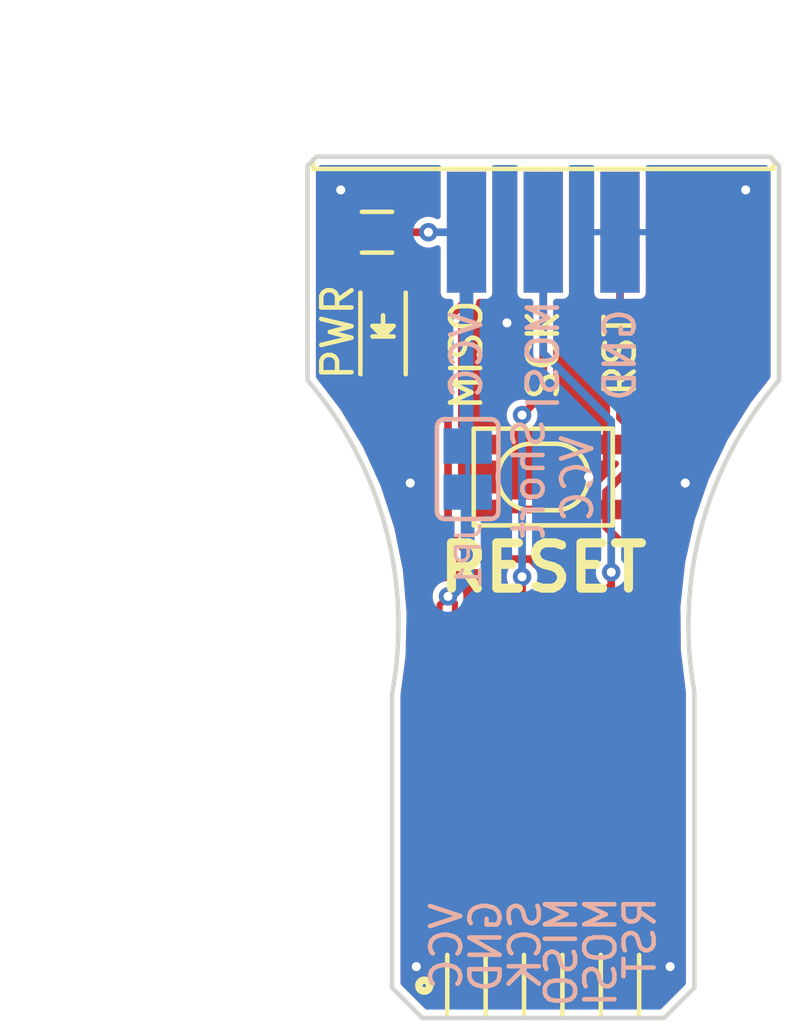
<source format=kicad_pcb>
(kicad_pcb (version 20171130) (host pcbnew "(5.1.4-0)")

  (general
    (thickness 1.6)
    (drawings 25)
    (tracks 77)
    (zones 0)
    (modules 6)
    (nets 8)
  )

  (page A4)
  (layers
    (0 F.Cu signal)
    (31 B.Cu signal)
    (32 B.Adhes user)
    (33 F.Adhes user)
    (34 B.Paste user)
    (35 F.Paste user)
    (36 B.SilkS user)
    (37 F.SilkS user)
    (38 B.Mask user)
    (39 F.Mask user)
    (40 Dwgs.User user)
    (41 Cmts.User user)
    (42 Eco1.User user)
    (43 Eco2.User user)
    (44 Edge.Cuts user)
    (45 Margin user)
    (46 B.CrtYd user)
    (47 F.CrtYd user)
    (48 B.Fab user)
    (49 F.Fab user)
  )

  (setup
    (last_trace_width 0.1524)
    (user_trace_width 0.1524)
    (user_trace_width 0.2032)
    (user_trace_width 0.254)
    (user_trace_width 0.3048)
    (user_trace_width 0.4572)
    (trace_clearance 0.1524)
    (zone_clearance 0.2032)
    (zone_45_only yes)
    (trace_min 0.1524)
    (via_size 0.6096)
    (via_drill 0.4)
    (via_min_size 0.4)
    (via_min_drill 0.3)
    (user_via 0.6096 0.3)
    (user_via 0.7048 0.4)
    (uvia_size 0.4)
    (uvia_drill 0.3)
    (uvias_allowed no)
    (uvia_min_size 0.4)
    (uvia_min_drill 0.3)
    (edge_width 0.15)
    (segment_width 0.2)
    (pcb_text_width 0.3)
    (pcb_text_size 1.5 1.5)
    (mod_edge_width 0.15)
    (mod_text_size 1 1)
    (mod_text_width 0.15)
    (pad_size 1.1684 1.6002)
    (pad_drill 0)
    (pad_to_mask_clearance 0.04)
    (solder_mask_min_width 0.05)
    (pad_to_paste_clearance -0.03)
    (aux_axis_origin 135.2 123.8)
    (grid_origin 135.2 123.8)
    (visible_elements FFFFFF7F)
    (pcbplotparams
      (layerselection 0x010f8_ffffffff)
      (usegerberextensions true)
      (usegerberattributes false)
      (usegerberadvancedattributes false)
      (creategerberjobfile false)
      (excludeedgelayer true)
      (linewidth 0.100000)
      (plotframeref false)
      (viasonmask false)
      (mode 1)
      (useauxorigin true)
      (hpglpennumber 1)
      (hpglpenspeed 20)
      (hpglpendiameter 15.000000)
      (psnegative false)
      (psa4output false)
      (plotreference true)
      (plotvalue true)
      (plotinvisibletext false)
      (padsonsilk false)
      (subtractmaskfromsilk false)
      (outputformat 1)
      (mirror false)
      (drillshape 0)
      (scaleselection 1)
      (outputdirectory "gerbers"))
  )

  (net 0 "")
  (net 1 "Net-(D1-Pad2)")
  (net 2 /GND)
  (net 3 /VCC)
  (net 4 /MISO)
  (net 5 /SCK)
  (net 6 /RESET)
  (net 7 /MOSI)

  (net_class Default "This is the default net class."
    (clearance 0.1524)
    (trace_width 0.1524)
    (via_dia 0.6096)
    (via_drill 0.4)
    (uvia_dia 0.4)
    (uvia_drill 0.3)
    (add_net /GND)
    (add_net /MISO)
    (add_net /MOSI)
    (add_net /RESET)
    (add_net /SCK)
    (add_net /VCC)
    (add_net "Net-(D1-Pad2)")
  )

  (module footprints:LED_0805 (layer F.Cu) (tedit 58712484) (tstamp 58712452)
    (at 137.7 100.9 90)
    (descr "LED 0805 smd package")
    (tags "LED 0805 SMD")
    (path /5871164C)
    (attr smd)
    (fp_text reference D1 (at 0 1.4 90) (layer F.SilkS) hide
      (effects (font (size 1 1) (thickness 0.15)))
    )
    (fp_text value PWR (at 0 0 90) (layer F.Fab)
      (effects (font (size 0.5 0.5) (thickness 0.075)))
    )
    (fp_line (start -1.6 0.75) (end 1.1 0.75) (layer F.SilkS) (width 0.15))
    (fp_line (start -1.6 -0.75) (end 1.1 -0.75) (layer F.SilkS) (width 0.15))
    (fp_line (start -0.1 0.15) (end -0.1 -0.1) (layer F.SilkS) (width 0.15))
    (fp_line (start -0.1 -0.1) (end -0.25 0.05) (layer F.SilkS) (width 0.15))
    (fp_line (start -0.35 -0.35) (end -0.35 0.35) (layer F.SilkS) (width 0.15))
    (fp_line (start 0 0) (end 0.35 0) (layer F.SilkS) (width 0.15))
    (fp_line (start -0.35 0) (end 0 -0.35) (layer F.SilkS) (width 0.15))
    (fp_line (start 0 -0.35) (end 0 0.35) (layer F.SilkS) (width 0.15))
    (fp_line (start 0 0.35) (end -0.35 0) (layer F.SilkS) (width 0.15))
    (fp_line (start 1.9 -0.95) (end 1.9 0.95) (layer F.CrtYd) (width 0.05))
    (fp_line (start 1.9 0.95) (end -1.9 0.95) (layer F.CrtYd) (width 0.05))
    (fp_line (start -1.9 0.95) (end -1.9 -0.95) (layer F.CrtYd) (width 0.05))
    (fp_line (start -1.9 -0.95) (end 1.9 -0.95) (layer F.CrtYd) (width 0.05))
    (pad 2 smd rect (at 1.04902 0 270) (size 1.19888 1.19888) (layers F.Cu F.Paste F.Mask)
      (net 1 "Net-(D1-Pad2)"))
    (pad 1 smd rect (at -1.04902 0 270) (size 1.19888 1.19888) (layers F.Cu F.Paste F.Mask)
      (net 2 /GND))
    (model ${KIPRJMOD}/packages3d/LED_0805.wrl
      (at (xyz 0 0 0))
      (scale (xyz 1 1 1))
      (rotate (xyz 0 0 0))
    )
  )

  (module footprints:SJ_OPEN (layer B.Cu) (tedit 587138D8) (tstamp 58712458)
    (at 140.5 105.638 90)
    (descr "<b>Solder jumper</b>")
    (path /5871150F)
    (fp_text reference JP1 (at -2.8585 0.034 90) (layer B.SilkS)
      (effects (font (size 0.8 0.8) (thickness 0.12)) (justify mirror))
    )
    (fp_text value Jumper_NO_Small (at 0 -1.6 90) (layer Eco1.User) hide
      (effects (font (size 0.5 0.5) (thickness 0.075)))
    )
    (fp_line (start 1.397 -1.016) (end -1.397 -1.016) (layer B.SilkS) (width 0.1524))
    (fp_arc (start 1.397 0.762) (end 1.397 1.016) (angle -90) (layer B.SilkS) (width 0.1524))
    (fp_arc (start -1.397 0.762) (end -1.651 0.762) (angle -90) (layer B.SilkS) (width 0.1524))
    (fp_arc (start -1.397 -0.762) (end -1.651 -0.762) (angle 90) (layer B.SilkS) (width 0.1524))
    (fp_arc (start 1.397 -0.762) (end 1.397 -1.016) (angle 90) (layer B.SilkS) (width 0.1524))
    (fp_line (start 1.651 -0.762) (end 1.651 0.762) (layer B.SilkS) (width 0.1524))
    (fp_line (start -1.651 -0.762) (end -1.651 0.762) (layer B.SilkS) (width 0.1524))
    (fp_line (start -1.397 1.016) (end 1.397 1.016) (layer B.SilkS) (width 0.1524))
    (fp_line (start 1.016 0) (end 1.524 0) (layer Cmts.User) (width 0.1524))
    (fp_line (start -1.016 0) (end -1.524 0) (layer Cmts.User) (width 0.1524))
    (fp_arc (start -0.254 0) (end -0.254 -0.127) (angle -180) (layer Cmts.User) (width 1.27))
    (fp_arc (start 0.254 0) (end 0.254 0.127) (angle -180) (layer Cmts.User) (width 1.27))
    (pad 1 smd rect (at -0.762 0 90) (size 1.1684 1.6002) (layers B.Cu B.Mask)
      (net 3 /VCC) (solder_mask_margin 0.18))
    (pad 2 smd rect (at 0.762 0 90) (size 1.1684 1.6002) (layers B.Cu B.Mask)
      (net 3 /VCC) (solder_mask_margin 0.18))
  )

  (module footprints:R_0603 (layer F.Cu) (tedit 58712485) (tstamp 58712482)
    (at 137.5 97.8 180)
    (descr "Resistor SMD 0603, reflow soldering, Vishay (see dcrcw.pdf)")
    (tags "resistor 0603")
    (path /587115DD)
    (attr smd)
    (fp_text reference R1 (at 0 -1.9 180) (layer F.SilkS) hide
      (effects (font (size 1 1) (thickness 0.15)))
    )
    (fp_text value 470R (at 0 0 180) (layer F.Fab)
      (effects (font (size 0.5 0.5) (thickness 0.075)))
    )
    (fp_line (start -1.3 -0.8) (end 1.3 -0.8) (layer F.CrtYd) (width 0.05))
    (fp_line (start -1.3 0.8) (end 1.3 0.8) (layer F.CrtYd) (width 0.05))
    (fp_line (start -1.3 -0.8) (end -1.3 0.8) (layer F.CrtYd) (width 0.05))
    (fp_line (start 1.3 -0.8) (end 1.3 0.8) (layer F.CrtYd) (width 0.05))
    (fp_line (start 0.5 0.675) (end -0.5 0.675) (layer F.SilkS) (width 0.15))
    (fp_line (start -0.5 -0.675) (end 0.5 -0.675) (layer F.SilkS) (width 0.15))
    (pad 1 smd rect (at -0.75 0 180) (size 0.5 0.9) (layers F.Cu F.Paste F.Mask)
      (net 3 /VCC))
    (pad 2 smd rect (at 0.75 0 180) (size 0.5 0.9) (layers F.Cu F.Paste F.Mask)
      (net 1 "Net-(D1-Pad2)"))
    (model ${KIPRJMOD}/packages3d/R_0603.wrl
      (at (xyz 0 0 0))
      (scale (xyz 1 1 1))
      (rotate (xyz 0 0 0))
    )
  )

  (module footprints:PTS810_tactile_push_button (layer F.Cu) (tedit 587123C5) (tstamp 5871248A)
    (at 143 105.9 270)
    (descr http://www.ck-components.com/80183/pts810_4mar13.pdf)
    (tags "tact, switch")
    (path /5871179A)
    (fp_text reference S1 (at -3 0) (layer F.SilkS) hide
      (effects (font (size 1 1) (thickness 0.15)))
    )
    (fp_text value "PTS810 SJM 250 SMTR LFS" (at 0 0) (layer F.Fab)
      (effects (font (size 0.5 0.5) (thickness 0.075)))
    )
    (fp_arc (start 0 0.4) (end 1.1 0.4) (angle 180) (layer F.SilkS) (width 0.15))
    (fp_arc (start 0 -0.4) (end -1.1 -0.4) (angle 180) (layer F.SilkS) (width 0.15))
    (fp_line (start 1.1 -0.4) (end 1.1 0.4) (layer F.SilkS) (width 0.15))
    (fp_line (start -1.1 0.4) (end -1.1 -0.4) (layer F.SilkS) (width 0.15))
    (fp_line (start 1.6 2.3) (end -1.6 2.3) (layer F.SilkS) (width 0.15))
    (fp_line (start 1.6 -2.3) (end 1.6 2.3) (layer F.SilkS) (width 0.15))
    (fp_line (start -1.6 -2.3) (end 1.6 -2.3) (layer F.SilkS) (width 0.15))
    (fp_line (start -1.6 2.3) (end -1.6 -2.3) (layer F.SilkS) (width 0.15))
    (pad 1 smd rect (at -1.075 2.075) (size 1.05 0.65) (layers F.Cu F.Paste F.Mask)
      (net 2 /GND))
    (pad 1 smd rect (at -1.075 -2.075) (size 1.05 0.65) (layers F.Cu F.Paste F.Mask)
      (net 2 /GND))
    (pad 2 smd rect (at 1.075 2.075) (size 1.05 0.65) (layers F.Cu F.Paste F.Mask)
      (net 6 /RESET))
    (pad 2 smd rect (at 1.075 -2.075) (size 1.05 0.65) (layers F.Cu F.Paste F.Mask)
      (net 6 /RESET))
    (model ${KIPRJMOD}/packages3d/PTS810_tactile_push_button.wrl
      (at (xyz 0 0 0))
      (scale (xyz 1 1 1))
      (rotate (xyz 0 0 0))
    )
  )

  (module footprints:2x6_idc_box_header_pcb_side_mount (layer F.Cu) (tedit 5A0B70E2) (tstamp 5871246C)
    (at 143 97.8)
    (path /587111D4)
    (fp_text reference P1 (at 0 6.731) (layer F.SilkS) hide
      (effects (font (size 1 1) (thickness 0.15)))
    )
    (fp_text value 75869-131LF (at 0 -3.3) (layer F.Fab)
      (effects (font (size 0.5 0.5) (thickness 0.075)))
    )
    (fp_line (start -7.62 -2.0955) (end -7.62 -2.413) (layer F.SilkS) (width 0.15))
    (fp_line (start 0 -2.0955) (end -7.62 -2.0955) (layer F.SilkS) (width 0.15))
    (fp_text user MISO (at -2.54 4.064 90) (layer F.SilkS)
      (effects (font (size 1 1) (thickness 0.15)))
    )
    (fp_text user SCK (at 0 4.064 90) (layer F.SilkS)
      (effects (font (size 1 1) (thickness 0.15)))
    )
    (fp_text user RST (at 2.54 4.064 90) (layer F.SilkS)
      (effects (font (size 1 1) (thickness 0.15)))
    )
    (fp_text user VCC (at -2.54 4.064 90) (layer B.SilkS)
      (effects (font (size 1 1) (thickness 0.15)) (justify mirror))
    )
    (fp_text user MOSI (at 0 4.064 90) (layer B.SilkS)
      (effects (font (size 1 1) (thickness 0.15)) (justify mirror))
    )
    (fp_text user GND (at 2.54 4.064 90) (layer B.SilkS)
      (effects (font (size 1 1) (thickness 0.15)) (justify mirror))
    )
    (fp_line (start 7.62 -2.0955) (end 0 -2.0955) (layer F.SilkS) (width 0.15))
    (fp_line (start 7.62 -2.0955) (end 7.62 -2.413) (layer F.SilkS) (width 0.15))
    (pad 1 smd rect (at -2.54 0) (size 1.3 4) (layers F.Cu F.Mask)
      (net 4 /MISO))
    (pad 3 smd rect (at 0 0) (size 1.3 4) (layers F.Cu F.Mask)
      (net 5 /SCK))
    (pad 5 smd rect (at 2.54 0) (size 1.3 4) (layers F.Cu F.Mask)
      (net 6 /RESET))
    (pad 4 smd rect (at 0 0) (size 1.3 4) (layers B.Cu B.Mask)
      (net 7 /MOSI))
    (pad 2 smd rect (at -2.54 0) (size 1.3 4) (layers B.Cu B.Mask)
      (net 3 /VCC))
    (pad 6 smd rect (at 2.54 0) (size 1.3 4) (layers B.Cu B.Mask)
      (net 2 /GND))
    (model ${KIPRJMOD}/packages3d/2x6_idc_box_header.wrl
      (at (xyz 0 0 0))
      (scale (xyz 1 1 1))
      (rotate (xyz 0 0 0))
    )
  )

  (module footprints:POGO_ISP (layer F.Cu) (tedit 5A0B71B1) (tstamp 5871247C)
    (at 143 116 180)
    (path /587111A5)
    (fp_text reference P2 (at 0 6.7437 180) (layer F.SilkS) hide
      (effects (font (size 1 1) (thickness 0.15)))
    )
    (fp_text value P50-B1 (at 0 0 180) (layer F.Fab)
      (effects (font (size 0.5 0.5) (thickness 0.075)))
    )
    (fp_circle (center 3.937 -6.731) (end 4.064 -6.604) (layer F.SilkS) (width 0.25))
    (fp_line (start -3.175 -5.715) (end -3.175 -7.747) (layer F.SilkS) (width 0.15))
    (fp_line (start -1.905 -5.715) (end -1.905 -7.747) (layer F.SilkS) (width 0.15))
    (fp_line (start -0.635 -5.715) (end -0.635 -7.747) (layer F.SilkS) (width 0.15))
    (fp_line (start 0.635 -5.715) (end 0.635 -7.747) (layer F.SilkS) (width 0.15))
    (fp_line (start 1.905 -5.715) (end 1.905 -7.747) (layer F.SilkS) (width 0.15))
    (fp_line (start 3.175 -5.715) (end 3.175 -7.747) (layer F.SilkS) (width 0.15))
    (pad 5 smd rect (at -3.4671 -0.2794 180) (size 0.3048 11) (layers F.Cu F.Mask)
      (net 6 /RESET))
    (pad 5 smd rect (at -2.8829 -0.2794 180) (size 0.3048 11) (layers F.Cu F.Mask)
      (net 6 /RESET))
    (pad "" smd rect (at -3.4671 -4.7752 180) (size 0.3048 2) (layers F.Paste))
    (pad 12 smd rect (at -3.4671 -1.7752 180) (size 0.3048 2) (layers F.Paste))
    (pad 13 smd rect (at -3.4671 1.2248 180) (size 0.3048 2) (layers F.Paste))
    (pad "" smd rect (at -3.4671 4.2248 180) (size 0.3048 2) (layers F.Paste))
    (pad "" smd rect (at -2.8829 -4.7752 180) (size 0.3048 2) (layers F.Paste))
    (pad 12 smd rect (at -2.8829 -1.7752 180) (size 0.3048 2) (layers F.Paste))
    (pad 13 smd rect (at -2.8829 1.2248 180) (size 0.3048 2) (layers F.Paste))
    (pad "" smd rect (at -2.8829 4.2248 180) (size 0.3048 2) (layers F.Paste))
    (pad 4 smd rect (at -2.1971 -0.0254 180) (size 0.3048 11) (layers F.Cu F.Mask)
      (net 7 /MOSI))
    (pad 1 smd rect (at -0.9271 -0.0254 180) (size 0.3048 11) (layers F.Cu F.Mask)
      (net 4 /MISO))
    (pad 3 smd rect (at 0.3429 -0.0254 180) (size 0.3048 11) (layers F.Cu F.Mask)
      (net 5 /SCK))
    (pad 6 smd rect (at 1.6129 -0.0254 180) (size 0.3048 11) (layers F.Cu F.Mask)
      (net 2 /GND))
    (pad 2 smd rect (at 2.8829 -0.2794 180) (size 0.3048 11) (layers F.Cu F.Mask)
      (net 3 /VCC))
    (pad 4 smd rect (at -1.6129 -0.0254 180) (size 0.3048 11) (layers F.Cu F.Mask)
      (net 7 /MOSI))
    (pad 1 smd rect (at -0.3429 -0.0254 180) (size 0.3048 11) (layers F.Cu F.Mask)
      (net 4 /MISO))
    (pad 3 smd rect (at 0.9271 -0.0254 180) (size 0.3048 11) (layers F.Cu F.Mask)
      (net 5 /SCK))
    (pad 6 smd rect (at 2.1971 -0.0254 180) (size 0.3048 11) (layers F.Cu F.Mask)
      (net 2 /GND))
    (pad 2 smd rect (at 3.4671 -0.2794 180) (size 0.3048 11) (layers F.Cu F.Mask)
      (net 3 /VCC))
    (pad "" smd rect (at -2.1971 -4.5212 180) (size 0.3048 2) (layers F.Paste))
    (pad "" smd rect (at -0.9271 -4.5212 180) (size 0.3048 2) (layers F.Paste))
    (pad 61 smd rect (at 2.8829 -4.7752 180) (size 0.3048 2) (layers F.Paste))
    (pad 21 smd rect (at -2.1971 1.4788 180) (size 0.3048 2) (layers F.Paste))
    (pad 31 smd rect (at -0.9271 1.4788 180) (size 0.3048 2) (layers F.Paste))
    (pad 41 smd rect (at 0.3429 1.4788 180) (size 0.3048 2) (layers F.Paste))
    (pad 51 smd rect (at 1.6129 1.4788 180) (size 0.3048 2) (layers F.Paste))
    (pad 61 smd rect (at 2.8829 1.2248 180) (size 0.3048 2) (layers F.Paste))
    (pad 21 smd rect (at -2.1971 -1.5212 180) (size 0.3048 2) (layers F.Paste))
    (pad 31 smd rect (at -0.9271 -1.5212 180) (size 0.3048 2) (layers F.Paste))
    (pad 41 smd rect (at 0.3429 -1.5212 180) (size 0.3048 2) (layers F.Paste))
    (pad 51 smd rect (at 1.6129 -1.5212 180) (size 0.3048 2) (layers F.Paste))
    (pad 61 smd rect (at 2.8829 -1.7752 180) (size 0.3048 2) (layers F.Paste))
    (pad 21 smd rect (at -2.1971 4.4788 180) (size 0.3048 2) (layers F.Paste))
    (pad 31 smd rect (at -0.9271 4.4788 180) (size 0.3048 2) (layers F.Paste))
    (pad 41 smd rect (at 0.3429 4.4788 180) (size 0.3048 2) (layers F.Paste))
    (pad 51 smd rect (at 1.6129 4.4788 180) (size 0.3048 2) (layers F.Paste))
    (pad 61 smd rect (at 2.8829 4.2248 180) (size 0.3048 2) (layers F.Paste))
    (pad 21 smd rect (at -1.6129 4.4788 180) (size 0.3048 2) (layers F.Paste))
    (pad 31 smd rect (at -0.3429 4.4788 180) (size 0.3048 2) (layers F.Paste))
    (pad 41 smd rect (at 0.9271 4.4788 180) (size 0.3048 2) (layers F.Paste))
    (pad 51 smd rect (at 2.1971 4.4788 180) (size 0.3048 2) (layers F.Paste))
    (pad 61 smd rect (at 3.4671 4.2248 180) (size 0.3048 2) (layers F.Paste))
    (pad 21 smd rect (at -1.6129 1.4788 180) (size 0.3048 2) (layers F.Paste))
    (pad 31 smd rect (at -0.3429 1.4788 180) (size 0.3048 2) (layers F.Paste))
    (pad 41 smd rect (at 0.9271 1.4788 180) (size 0.3048 2) (layers F.Paste))
    (pad 51 smd rect (at 2.1971 1.4788 180) (size 0.3048 2) (layers F.Paste))
    (pad 61 smd rect (at 3.4671 1.2248 180) (size 0.3048 2) (layers F.Paste))
    (pad 21 smd rect (at -1.6129 -1.5212 180) (size 0.3048 2) (layers F.Paste))
    (pad 31 smd rect (at -0.3429 -1.5212 180) (size 0.3048 2) (layers F.Paste))
    (pad 41 smd rect (at 0.9271 -1.5212 180) (size 0.3048 2) (layers F.Paste))
    (pad 51 smd rect (at 2.1971 -1.5212 180) (size 0.3048 2) (layers F.Paste))
    (pad 61 smd rect (at 3.4671 -1.7752 180) (size 0.3048 2) (layers F.Paste))
    (pad "" smd rect (at -1.6129 -4.5212 180) (size 0.3048 2) (layers F.Paste))
    (pad "" smd rect (at -0.3429 -4.5212 180) (size 0.3048 2) (layers F.Paste))
    (pad 61 smd rect (at 3.4671 -4.7752 180) (size 0.3048 2) (layers F.Paste))
    (pad 0 smd rect (at 0.3429 -4.5212 180) (size 0.3048 2) (layers F.Paste))
    (pad 31 smd rect (at 1.6129 -4.5212 180) (size 0.3048 2) (layers F.Paste))
    (pad "" smd rect (at 0.9271 -4.5212 180) (size 0.3048 2) (layers F.Paste))
    (pad 31 smd rect (at 2.1971 -4.5212 180) (size 0.3048 2) (layers F.Paste))
    (pad "" smd rect (at -3.175 -0.2794 180) (size 0.3048 11) (layers F.Mask))
    (pad "" smd rect (at -1.905 -0.0254 180) (size 0.3048 11) (layers F.Mask))
    (pad "" smd rect (at -0.635 -0.0254 180) (size 0.3048 11) (layers F.Mask))
    (pad "" smd rect (at 0.635 -0.0254 180) (size 0.3048 11) (layers F.Mask))
    (pad "" smd rect (at 1.905 -0.0254 180) (size 0.3048 11) (layers F.Mask))
    (pad "" smd rect (at 3.175 -0.2794 180) (size 0.3048 11) (layers F.Mask))
    (model ${KIPRJMOD}/packages3d/1x6_pogo_pins.wrl
      (offset (xyz 0 0 -0.1346199979782104))
      (scale (xyz 1 1 1))
      (rotate (xyz 0 0 0))
    )
  )

  (gr_text RST (at 146.2 119.7 90) (layer B.SilkS) (tstamp 58713D3A)
    (effects (font (size 1 1) (thickness 0.15)) (justify left mirror))
  )
  (gr_text MOSI (at 144.9 119.7 90) (layer B.SilkS) (tstamp 58713D37)
    (effects (font (size 1 1) (thickness 0.15)) (justify left mirror))
  )
  (gr_text MISO (at 143.6 119.7 90) (layer B.SilkS) (tstamp 58713D33)
    (effects (font (size 1 1) (thickness 0.15)) (justify left mirror))
  )
  (gr_text SCK (at 142.4 119.8 90) (layer B.SilkS) (tstamp 58713D2E)
    (effects (font (size 1 1) (thickness 0.15)) (justify left mirror))
  )
  (gr_text GND (at 141.1 119.8 90) (layer B.SilkS) (tstamp 58713D27)
    (effects (font (size 1 1) (thickness 0.15)) (justify left mirror))
  )
  (gr_text VCC (at 139.8 119.9 90) (layer B.SilkS)
    (effects (font (size 1 1) (thickness 0.15)) (justify left mirror))
  )
  (gr_text "POGO ISP" (at 143 116.9) (layer B.Mask) (tstamp 58713A10)
    (effects (font (size 1.2 1.2) (thickness 0.22)) (justify mirror))
  )
  (gr_text iohippo (at 143 118.4) (layer B.Mask)
    (effects (font (size 1 1) (thickness 0.16)) (justify mirror))
  )
  (gr_text "Short\nVCC" (at 143.328 105.9565 90) (layer B.SilkS)
    (effects (font (size 1 1) (thickness 0.15)) (justify mirror))
  )
  (gr_arc (start 160.25 110.8) (end 148 113) (angle 50.78261565) (layer Edge.Cuts) (width 0.15) (tstamp 58712A22))
  (gr_arc (start 125.8 110.8) (end 135.2 102.7) (angle 51.20097292) (layer Edge.Cuts) (width 0.15))
  (dimension 15.7 (width 0.3) (layer Dwgs.User)
    (gr_text "15.700 mm" (at 143.05 91.97) (layer Dwgs.User)
      (effects (font (size 1.5 1.5) (thickness 0.3)))
    )
    (feature1 (pts (xy 150.9 95.3) (xy 150.9 90.62)))
    (feature2 (pts (xy 135.2 95.3) (xy 135.2 90.62)))
    (crossbar (pts (xy 135.2 93.32) (xy 150.9 93.32)))
    (arrow1a (pts (xy 150.9 93.32) (xy 149.773496 93.906421)))
    (arrow1b (pts (xy 150.9 93.32) (xy 149.773496 92.733579)))
    (arrow2a (pts (xy 135.2 93.32) (xy 136.326504 93.906421)))
    (arrow2b (pts (xy 135.2 93.32) (xy 136.326504 92.733579)))
  )
  (dimension 28.4 (width 0.3) (layer Dwgs.User)
    (gr_text "28.400 mm" (at 131.31 109.6 270) (layer Dwgs.User)
      (effects (font (size 1.5 1.5) (thickness 0.3)))
    )
    (feature1 (pts (xy 135.4 123.8) (xy 129.96 123.8)))
    (feature2 (pts (xy 135.4 95.4) (xy 129.96 95.4)))
    (crossbar (pts (xy 132.66 95.4) (xy 132.66 123.8)))
    (arrow1a (pts (xy 132.66 123.8) (xy 132.073579 122.673496)))
    (arrow1b (pts (xy 132.66 123.8) (xy 133.246421 122.673496)))
    (arrow2a (pts (xy 132.66 95.4) (xy 132.073579 96.526504)))
    (arrow2b (pts (xy 132.66 95.4) (xy 133.246421 96.526504)))
  )
  (gr_line (start 147 123.8) (end 148 122.8) (layer Edge.Cuts) (width 0.15))
  (gr_line (start 138 122.8) (end 139 123.8) (layer Edge.Cuts) (width 0.15))
  (gr_line (start 135.2 95.6) (end 135.5 95.3) (layer Edge.Cuts) (width 0.15))
  (gr_line (start 150.5 95.3) (end 150.8 95.6) (layer Edge.Cuts) (width 0.15))
  (gr_line (start 147 123.8) (end 139 123.8) (layer Edge.Cuts) (width 0.15))
  (gr_line (start 148 113) (end 148 122.8) (layer Edge.Cuts) (width 0.15))
  (gr_line (start 150.8 95.6) (end 150.8 102.7) (layer Edge.Cuts) (width 0.15))
  (gr_line (start 135.5 95.3) (end 150.5 95.3) (layer Edge.Cuts) (width 0.15))
  (gr_line (start 135.2 102.7) (end 135.2 95.6) (layer Edge.Cuts) (width 0.15))
  (gr_line (start 138 122.8) (end 138 113.05) (layer Edge.Cuts) (width 0.15))
  (gr_text PWR (at 136.2 101.1 90) (layer F.SilkS)
    (effects (font (size 1 1) (thickness 0.15)))
  )
  (gr_text RESET (at 143 108.9) (layer F.SilkS)
    (effects (font (size 1.5 1.5) (thickness 0.3)))
  )

  (segment (start 137.7 99.85098) (end 137.7 99.3) (width 0.254) (layer F.Cu) (net 1) (status 30))
  (segment (start 137.7 99.3) (end 136.75 98.35) (width 0.254) (layer F.Cu) (net 1) (status 10))
  (segment (start 136.75 98.35) (end 136.75 97.8) (width 0.254) (layer F.Cu) (net 1) (status 20))
  (segment (start 140.841 116.0254) (end 140.841 110.109) (width 0.2032) (layer F.Cu) (net 2) (status 10))
  (segment (start 140.841 110.109) (end 141.1 109.85) (width 0.2032) (layer F.Cu) (net 2))
  (segment (start 141.1 109.85) (end 141.349 110.099) (width 0.2032) (layer F.Cu) (net 2))
  (segment (start 141.349 110.099) (end 141.349 116.0254) (width 0.2032) (layer F.Cu) (net 2) (status 20))
  (via (at 149.7 96.4) (size 0.6096) (drill 0.3) (layers F.Cu B.Cu) (net 2))
  (via (at 136.3 96.4) (size 0.6096) (drill 0.3) (layers F.Cu B.Cu) (net 2))
  (via (at 147.7 106.1) (size 0.6096) (drill 0.3) (layers F.Cu B.Cu) (net 2))
  (via (at 138.6 106.1) (size 0.6096) (drill 0.3) (layers F.Cu B.Cu) (net 2))
  (via (at 138.8 122.1) (size 0.6096) (drill 0.3) (layers F.Cu B.Cu) (net 2))
  (via (at 147.2 122.1) (size 0.6096) (drill 0.3) (layers F.Cu B.Cu) (net 2))
  (via (at 144.5 105.9) (size 0.6096) (drill 0.3) (layers F.Cu B.Cu) (net 2))
  (via (at 141.8 100.8) (size 0.6096) (drill 0.3) (layers F.Cu B.Cu) (net 2))
  (segment (start 139.2 97.8) (end 140.46 97.8) (width 0.254) (layer B.Cu) (net 3) (status 20))
  (segment (start 138.25 97.8) (end 139.2 97.8) (width 0.254) (layer F.Cu) (net 3) (status 10))
  (via (at 139.2 97.8) (size 0.6096) (drill 0.3) (layers F.Cu B.Cu) (net 3))
  (segment (start 139.85 109.85) (end 140.079 110.079) (width 0.2032) (layer F.Cu) (net 3))
  (segment (start 140.079 110.079) (end 140.079 116.0254) (width 0.2032) (layer F.Cu) (net 3) (status 20))
  (segment (start 139.85 109.85) (end 139.571 110.129) (width 0.2032) (layer F.Cu) (net 3))
  (segment (start 139.571 110.129) (end 139.571 116.0254) (width 0.2032) (layer F.Cu) (net 3) (status 20))
  (via (at 139.85 109.85) (size 0.6096) (drill 0.3) (layers F.Cu B.Cu) (net 3))
  (segment (start 140.5 109.2) (end 139.85 109.85) (width 0.4572) (layer B.Cu) (net 3))
  (segment (start 140.46 104.836) (end 140.5 104.876) (width 0.4572) (layer B.Cu) (net 3) (status 30))
  (segment (start 140.46 97.8) (end 140.46 104.836) (width 0.4572) (layer B.Cu) (net 3) (status 30))
  (segment (start 140.5 109.2) (end 140.5 106.4) (width 0.4572) (layer B.Cu) (net 3) (status 20))
  (segment (start 140.5 104.876) (end 140.5 106.4) (width 0.1524) (layer B.Cu) (net 3) (status 30))
  (segment (start 139.85 107.75) (end 139.85 100.664) (width 0.254) (layer F.Cu) (net 4))
  (segment (start 142.580417 108.615781) (end 140.715781 108.615781) (width 0.254) (layer F.Cu) (net 4))
  (segment (start 143.625 109.660368) (end 142.580417 108.615781) (width 0.254) (layer F.Cu) (net 4))
  (segment (start 140.715781 108.615781) (end 139.85 107.75) (width 0.254) (layer F.Cu) (net 4))
  (segment (start 140.46 100.054) (end 140.46 97.8) (width 0.254) (layer F.Cu) (net 4) (status 20))
  (segment (start 139.85 100.664) (end 140.46 100.054) (width 0.254) (layer F.Cu) (net 4))
  (segment (start 143.625 109.875) (end 143.625 109.660368) (width 0.254) (layer F.Cu) (net 4))
  (segment (start 143.381 116.0254) (end 143.381 110.119) (width 0.2032) (layer F.Cu) (net 4) (status 10))
  (segment (start 143.889 110.139) (end 143.889 116.0254) (width 0.2032) (layer F.Cu) (net 4) (status 20))
  (segment (start 143.381 110.119) (end 143.625 109.875) (width 0.2032) (layer F.Cu) (net 4))
  (segment (start 143.625 109.875) (end 143.889 110.139) (width 0.2032) (layer F.Cu) (net 4))
  (segment (start 142.3 109.631034) (end 142.3 109.199982) (width 0.254) (layer F.Cu) (net 5))
  (segment (start 142.3 109.85) (end 142.3 109.631034) (width 0.254) (layer F.Cu) (net 5))
  (segment (start 142.35 109.9) (end 142.3 109.85) (width 0.254) (layer F.Cu) (net 5))
  (segment (start 142.3 103.85) (end 142.3 109.199982) (width 0.254) (layer B.Cu) (net 5))
  (via (at 142.3 109.199982) (size 0.6096) (drill 0.3) (layers F.Cu B.Cu) (net 5))
  (segment (start 143 97.8) (end 143 103.15) (width 0.254) (layer F.Cu) (net 5) (status 10))
  (segment (start 143 103.15) (end 142.3 103.85) (width 0.254) (layer F.Cu) (net 5))
  (via (at 142.3 103.85) (size 0.6096) (drill 0.3) (layers F.Cu B.Cu) (net 5))
  (segment (start 143 97.8) (end 143 99.15) (width 0.254) (layer F.Cu) (net 5) (status 30))
  (segment (start 142.111 116.0254) (end 142.111 110.139) (width 0.2032) (layer F.Cu) (net 5) (status 10))
  (segment (start 142.111 110.139) (end 142.35 109.9) (width 0.2032) (layer F.Cu) (net 5))
  (segment (start 142.35 109.9) (end 142.619 110.169) (width 0.2032) (layer F.Cu) (net 5))
  (segment (start 142.619 110.169) (end 142.619 116.0254) (width 0.2032) (layer F.Cu) (net 5) (status 20))
  (segment (start 146.15 110) (end 146.4671 110.3171) (width 0.2032) (layer F.Cu) (net 6))
  (segment (start 146.4671 110.3171) (end 146.4671 116.2794) (width 0.2032) (layer F.Cu) (net 6) (status 20))
  (segment (start 146.15 110) (end 145.8829 110.2671) (width 0.2032) (layer F.Cu) (net 6))
  (segment (start 145.8829 110.2671) (end 145.8829 116.2794) (width 0.2032) (layer F.Cu) (net 6) (status 20))
  (segment (start 145.075 106.975) (end 145.075 107.554) (width 0.254) (layer F.Cu) (net 6) (status 10))
  (segment (start 145.075 107.554) (end 146.15 108.629) (width 0.254) (layer F.Cu) (net 6))
  (segment (start 146.15 108.629) (end 146.15 110) (width 0.254) (layer F.Cu) (net 6))
  (segment (start 140.925 106.975) (end 145.075 106.975) (width 0.254) (layer F.Cu) (net 6) (status 30))
  (segment (start 145.54 97.8) (end 145.54 103.937078) (width 0.254) (layer F.Cu) (net 6) (status 10))
  (segment (start 145.54 103.937078) (end 145.879401 104.276479) (width 0.254) (layer F.Cu) (net 6))
  (segment (start 145.879401 104.276479) (end 145.879401 105.591599) (width 0.254) (layer F.Cu) (net 6))
  (segment (start 145.879401 105.591599) (end 145.075 106.396) (width 0.254) (layer F.Cu) (net 6))
  (segment (start 145.075 106.396) (end 145.075 106.975) (width 0.254) (layer F.Cu) (net 6) (status 20))
  (segment (start 145.075 106.975) (end 145.275 106.975) (width 0.4572) (layer F.Cu) (net 6) (status 30))
  (segment (start 145.25 109.05) (end 145.25 109.481052) (width 0.254) (layer F.Cu) (net 7))
  (via (at 145.25 109.05) (size 0.6096) (drill 0.3) (layers F.Cu B.Cu) (net 7))
  (segment (start 144.9 109.831052) (end 144.9 109.9) (width 0.254) (layer F.Cu) (net 7))
  (segment (start 145.25 109.481052) (end 144.9 109.831052) (width 0.254) (layer F.Cu) (net 7))
  (segment (start 144.9 109.9) (end 145.159 110.159) (width 0.2032) (layer F.Cu) (net 7))
  (segment (start 145.159 110.159) (end 145.159 116.0254) (width 0.2032) (layer F.Cu) (net 7) (status 20))
  (segment (start 144.651 110.149) (end 144.9 109.9) (width 0.2032) (layer F.Cu) (net 7))
  (segment (start 144.651 116.0254) (end 144.651 110.149) (width 0.2032) (layer F.Cu) (net 7) (status 10))
  (segment (start 143 101.8) (end 145.25 104.05) (width 0.254) (layer B.Cu) (net 7))
  (segment (start 143 97.8) (end 143 101.8) (width 0.254) (layer B.Cu) (net 7) (status 10))
  (segment (start 145.25 104.05) (end 145.25 109.05) (width 0.254) (layer B.Cu) (net 7))

  (zone (net 2) (net_name /GND) (layer F.Cu) (tstamp 5D5D28E6) (hatch edge 0.508)
    (connect_pads (clearance 0.2032))
    (min_thickness 0.2032)
    (fill yes (arc_segments 16) (thermal_gap 0.2032) (thermal_bridge_width 0.2033))
    (polygon
      (pts
        (xy 135.2 95.4) (xy 150.8 95.4) (xy 150.8 123.8) (xy 135.2 123.8)
      )
    )
    (filled_polygon
      (pts
        (xy 139.52704 95.682794) (xy 139.509611 95.740249) (xy 139.503726 95.8) (xy 139.503726 97.269783) (xy 139.488754 97.259779)
        (xy 139.377814 97.213826) (xy 139.26004 97.1904) (xy 139.13996 97.1904) (xy 139.022186 97.213826) (xy 138.911246 97.259779)
        (xy 138.811402 97.326492) (xy 138.804626 97.333268) (xy 138.800389 97.290249) (xy 138.78296 97.232794) (xy 138.754658 97.179843)
        (xy 138.716568 97.133432) (xy 138.670157 97.095342) (xy 138.617206 97.06704) (xy 138.559751 97.049611) (xy 138.5 97.043726)
        (xy 138 97.043726) (xy 137.940249 97.049611) (xy 137.882794 97.06704) (xy 137.829843 97.095342) (xy 137.783432 97.133432)
        (xy 137.745342 97.179843) (xy 137.71704 97.232794) (xy 137.699611 97.290249) (xy 137.693726 97.35) (xy 137.693726 98.25)
        (xy 137.699611 98.309751) (xy 137.71704 98.367206) (xy 137.745342 98.420157) (xy 137.783432 98.466568) (xy 137.829843 98.504658)
        (xy 137.882794 98.53296) (xy 137.940249 98.550389) (xy 138 98.556274) (xy 138.5 98.556274) (xy 138.559751 98.550389)
        (xy 138.617206 98.53296) (xy 138.670157 98.504658) (xy 138.716568 98.466568) (xy 138.754658 98.420157) (xy 138.78296 98.367206)
        (xy 138.800389 98.309751) (xy 138.804626 98.266732) (xy 138.811402 98.273508) (xy 138.911246 98.340221) (xy 139.022186 98.386174)
        (xy 139.13996 98.4096) (xy 139.26004 98.4096) (xy 139.377814 98.386174) (xy 139.488754 98.340221) (xy 139.503726 98.330217)
        (xy 139.503726 99.8) (xy 139.509611 99.859751) (xy 139.52704 99.917206) (xy 139.555342 99.970157) (xy 139.593432 100.016568)
        (xy 139.639843 100.054658) (xy 139.692794 100.08296) (xy 139.750249 100.100389) (xy 139.798229 100.105115) (xy 139.559674 100.34367)
        (xy 139.543195 100.357194) (xy 139.489235 100.422944) (xy 139.458978 100.479552) (xy 139.44914 100.497958) (xy 139.424448 100.579353)
        (xy 139.416111 100.664) (xy 139.418201 100.68522) (xy 139.4182 107.72879) (xy 139.416111 107.75) (xy 139.4182 107.771209)
        (xy 139.424448 107.834647) (xy 139.449139 107.916041) (xy 139.489234 107.991055) (xy 139.543194 108.056806) (xy 139.559679 108.070335)
        (xy 140.395453 108.906111) (xy 140.408975 108.922587) (xy 140.474725 108.976547) (xy 140.549739 109.016642) (xy 140.631133 109.041333)
        (xy 140.71578 109.04967) (xy 140.73699 109.047581) (xy 141.708771 109.047581) (xy 141.6904 109.139942) (xy 141.6904 109.260022)
        (xy 141.713826 109.377796) (xy 141.759779 109.488736) (xy 141.826492 109.58858) (xy 141.8682 109.630288) (xy 141.8682 109.807064)
        (xy 141.837741 109.837523) (xy 141.822243 109.850242) (xy 141.809524 109.86574) (xy 141.809518 109.865746) (xy 141.788549 109.891298)
        (xy 141.771457 109.912124) (xy 141.760767 109.932124) (xy 141.733719 109.982726) (xy 141.710481 110.059332) (xy 141.702635 110.139)
        (xy 141.704601 110.158963) (xy 141.704601 110.268039) (xy 141.656706 110.242439) (xy 141.599251 110.22501) (xy 141.5395 110.219125)
        (xy 141.46335 110.2206) (xy 141.38715 110.2968) (xy 141.38715 116.02535) (xy 141.40715 116.02535) (xy 141.40715 116.02545)
        (xy 141.38715 116.02545) (xy 141.38715 116.04545) (xy 141.38705 116.04545) (xy 141.38705 116.02545) (xy 141.36705 116.02545)
        (xy 141.36705 116.02535) (xy 141.38705 116.02535) (xy 141.38705 110.2968) (xy 141.31085 110.2206) (xy 141.2347 110.219125)
        (xy 141.174949 110.22501) (xy 141.117494 110.242439) (xy 141.095 110.254462) (xy 141.072506 110.242439) (xy 141.015051 110.22501)
        (xy 140.9553 110.219125) (xy 140.87915 110.2206) (xy 140.80295 110.2968) (xy 140.80295 116.02535) (xy 140.82295 116.02535)
        (xy 140.82295 116.02545) (xy 140.80295 116.02545) (xy 140.80295 116.04545) (xy 140.80285 116.04545) (xy 140.80285 116.02545)
        (xy 140.78285 116.02545) (xy 140.78285 116.02535) (xy 140.80285 116.02535) (xy 140.80285 110.2968) (xy 140.72665 110.2206)
        (xy 140.6505 110.219125) (xy 140.590749 110.22501) (xy 140.533294 110.242439) (xy 140.4854 110.268039) (xy 140.4854 110.098953)
        (xy 140.487365 110.079) (xy 140.4854 110.059047) (xy 140.4854 110.05904) (xy 140.479519 109.999332) (xy 140.477235 109.9918)
        (xy 140.456762 109.92431) (xy 140.4596 109.91004) (xy 140.4596 109.78996) (xy 140.436174 109.672186) (xy 140.390221 109.561246)
        (xy 140.323508 109.461402) (xy 140.238598 109.376492) (xy 140.138754 109.309779) (xy 140.027814 109.263826) (xy 139.91004 109.2404)
        (xy 139.78996 109.2404) (xy 139.672186 109.263826) (xy 139.561246 109.309779) (xy 139.461402 109.376492) (xy 139.376492 109.461402)
        (xy 139.309779 109.561246) (xy 139.263826 109.672186) (xy 139.2404 109.78996) (xy 139.2404 109.891227) (xy 139.231456 109.902125)
        (xy 139.199621 109.961685) (xy 139.193719 109.972726) (xy 139.172146 110.043845) (xy 139.170481 110.049333) (xy 139.1646 110.109041)
        (xy 139.1646 110.109047) (xy 139.162635 110.129) (xy 139.1646 110.148953) (xy 139.1646 110.562284) (xy 139.163932 110.562832)
        (xy 139.125842 110.609243) (xy 139.09754 110.662194) (xy 139.080111 110.719649) (xy 139.074226 110.7794) (xy 139.074226 121.7794)
        (xy 139.080111 121.839151) (xy 139.09754 121.896606) (xy 139.125842 121.949557) (xy 139.163932 121.995968) (xy 139.1984 122.024256)
        (xy 139.1984 123.4202) (xy 139.157318 123.4202) (xy 138.3798 122.642682) (xy 138.3798 113.09577) (xy 138.542341 111.877413)
        (xy 138.542744 111.872108) (xy 138.543596 111.866879) (xy 138.545546 111.837121) (xy 138.582337 110.430661) (xy 138.582134 110.424025)
        (xy 138.582452 110.417404) (xy 138.581021 110.387617) (xy 138.45836 108.986034) (xy 138.457408 108.979467) (xy 138.456974 108.97285)
        (xy 138.452189 108.94348) (xy 138.45218 108.943415) (xy 138.452175 108.943395) (xy 138.171643 107.564727) (xy 138.169956 107.558318)
        (xy 138.168774 107.551785) (xy 138.160678 107.523083) (xy 137.725874 106.185014) (xy 137.723471 106.178835) (xy 137.721558 106.172479)
        (xy 137.710265 106.144878) (xy 137.126781 104.864632) (xy 137.123689 104.858756) (xy 137.121073 104.852667) (xy 137.106742 104.826545)
        (xy 137.106729 104.826521) (xy 137.106724 104.826513) (xy 136.382068 103.620558) (xy 136.378333 103.615073) (xy 136.375042 103.609315)
        (xy 136.35783 103.584962) (xy 135.5798 102.57107) (xy 135.5798 102.54846) (xy 136.794285 102.54846) (xy 136.80017 102.608211)
        (xy 136.817599 102.665666) (xy 136.845902 102.718617) (xy 136.883991 102.765029) (xy 136.930403 102.803118) (xy 136.983354 102.831421)
        (xy 137.040809 102.84885) (xy 137.10056 102.854735) (xy 137.62375 102.85326) (xy 137.69995 102.77706) (xy 137.69995 101.94907)
        (xy 137.70005 101.94907) (xy 137.70005 102.77706) (xy 137.77625 102.85326) (xy 138.29944 102.854735) (xy 138.359191 102.84885)
        (xy 138.416646 102.831421) (xy 138.469597 102.803118) (xy 138.516009 102.765029) (xy 138.554098 102.718617) (xy 138.582401 102.665666)
        (xy 138.59983 102.608211) (xy 138.605715 102.54846) (xy 138.60424 102.02527) (xy 138.52804 101.94907) (xy 137.70005 101.94907)
        (xy 137.69995 101.94907) (xy 136.87196 101.94907) (xy 136.79576 102.02527) (xy 136.794285 102.54846) (xy 135.5798 102.54846)
        (xy 135.5798 101.34958) (xy 136.794285 101.34958) (xy 136.79576 101.87277) (xy 136.87196 101.94897) (xy 137.69995 101.94897)
        (xy 137.69995 101.12098) (xy 137.70005 101.12098) (xy 137.70005 101.94897) (xy 138.52804 101.94897) (xy 138.60424 101.87277)
        (xy 138.605715 101.34958) (xy 138.59983 101.289829) (xy 138.582401 101.232374) (xy 138.554098 101.179423) (xy 138.516009 101.133011)
        (xy 138.469597 101.094922) (xy 138.416646 101.066619) (xy 138.359191 101.04919) (xy 138.29944 101.043305) (xy 137.77625 101.04478)
        (xy 137.70005 101.12098) (xy 137.69995 101.12098) (xy 137.62375 101.04478) (xy 137.10056 101.043305) (xy 137.040809 101.04919)
        (xy 136.983354 101.066619) (xy 136.930403 101.094922) (xy 136.883991 101.133011) (xy 136.845902 101.179423) (xy 136.817599 101.232374)
        (xy 136.80017 101.289829) (xy 136.794285 101.34958) (xy 135.5798 101.34958) (xy 135.5798 97.35) (xy 136.193726 97.35)
        (xy 136.193726 98.25) (xy 136.199611 98.309751) (xy 136.21704 98.367206) (xy 136.245342 98.420157) (xy 136.283432 98.466568)
        (xy 136.329843 98.504658) (xy 136.348752 98.514765) (xy 136.349139 98.516041) (xy 136.389234 98.591055) (xy 136.443194 98.656806)
        (xy 136.459679 98.670335) (xy 136.857092 99.067748) (xy 136.845902 99.081383) (xy 136.8176 99.134334) (xy 136.800171 99.191789)
        (xy 136.794286 99.25154) (xy 136.794286 100.45042) (xy 136.800171 100.510171) (xy 136.8176 100.567626) (xy 136.845902 100.620577)
        (xy 136.883992 100.666988) (xy 136.930403 100.705078) (xy 136.983354 100.73338) (xy 137.040809 100.750809) (xy 137.10056 100.756694)
        (xy 138.29944 100.756694) (xy 138.359191 100.750809) (xy 138.416646 100.73338) (xy 138.469597 100.705078) (xy 138.516008 100.666988)
        (xy 138.554098 100.620577) (xy 138.5824 100.567626) (xy 138.599829 100.510171) (xy 138.605714 100.45042) (xy 138.605714 99.25154)
        (xy 138.599829 99.191789) (xy 138.5824 99.134334) (xy 138.554098 99.081383) (xy 138.516008 99.034972) (xy 138.469597 98.996882)
        (xy 138.416646 98.96858) (xy 138.359191 98.951151) (xy 138.29944 98.945266) (xy 137.955923 98.945266) (xy 137.302184 98.291528)
        (xy 137.306274 98.25) (xy 137.306274 97.35) (xy 137.300389 97.290249) (xy 137.28296 97.232794) (xy 137.254658 97.179843)
        (xy 137.216568 97.133432) (xy 137.170157 97.095342) (xy 137.117206 97.06704) (xy 137.059751 97.049611) (xy 137 97.043726)
        (xy 136.5 97.043726) (xy 136.440249 97.049611) (xy 136.382794 97.06704) (xy 136.329843 97.095342) (xy 136.283432 97.133432)
        (xy 136.245342 97.179843) (xy 136.21704 97.232794) (xy 136.199611 97.290249) (xy 136.193726 97.35) (xy 135.5798 97.35)
        (xy 135.5798 95.757318) (xy 135.657319 95.6798) (xy 139.52864 95.6798)
      )
    )
    (filled_polygon
      (pts
        (xy 150.4202 95.757319) (xy 150.420201 102.570023) (xy 149.795261 103.371063) (xy 149.79263 103.374861) (xy 149.789677 103.378403)
        (xy 149.772864 103.403033) (xy 149.02361 104.598897) (xy 149.020411 104.604712) (xy 149.016769 104.610252) (xy 149.002851 104.636627)
        (xy 148.39379 105.909622) (xy 148.391268 105.915765) (xy 148.388279 105.921678) (xy 148.377456 105.949411) (xy 148.377436 105.94946)
        (xy 148.377431 105.949476) (xy 147.916397 107.283219) (xy 147.914589 107.289599) (xy 147.912285 107.295822) (xy 147.904672 107.324599)
        (xy 147.904657 107.324652) (xy 147.904654 107.324669) (xy 147.597569 108.702029) (xy 147.596496 108.70857) (xy 147.59491 108.715016)
        (xy 147.590603 108.744477) (xy 147.590595 108.744525) (xy 147.590594 108.744541) (xy 147.441402 110.147811) (xy 147.441076 110.154441)
        (xy 147.440231 110.161016) (xy 147.439287 110.190766) (xy 147.439284 110.190823) (xy 147.439285 110.190841) (xy 147.449909 111.601978)
        (xy 147.450335 111.608597) (xy 147.45024 111.61523) (xy 147.452669 111.644892) (xy 147.452673 111.644954) (xy 147.452676 111.644973)
        (xy 147.6202 113.022999) (xy 147.620201 122.642681) (xy 146.842682 123.4202) (xy 146.8016 123.4202) (xy 146.8016 122.024256)
        (xy 146.836068 121.995968) (xy 146.874158 121.949557) (xy 146.90246 121.896606) (xy 146.919889 121.839151) (xy 146.925774 121.7794)
        (xy 146.925774 110.7794) (xy 146.919889 110.719649) (xy 146.90246 110.662194) (xy 146.874158 110.609243) (xy 146.8735 110.608441)
        (xy 146.8735 110.337052) (xy 146.875465 110.317099) (xy 146.8735 110.297146) (xy 146.8735 110.29714) (xy 146.867619 110.237432)
        (xy 146.866965 110.235274) (xy 146.853782 110.191817) (xy 146.844381 110.160825) (xy 146.806644 110.090224) (xy 146.755858 110.028342)
        (xy 146.740355 110.015619) (xy 146.5818 109.857064) (xy 146.5818 108.65021) (xy 146.583889 108.629) (xy 146.575552 108.544352)
        (xy 146.550861 108.462958) (xy 146.510766 108.387944) (xy 146.499917 108.374725) (xy 146.456806 108.322194) (xy 146.440328 108.308671)
        (xy 145.715219 107.583563) (xy 145.717206 107.58296) (xy 145.770157 107.554658) (xy 145.816568 107.516568) (xy 145.854658 107.470157)
        (xy 145.88296 107.417206) (xy 145.900389 107.359751) (xy 145.906274 107.3) (xy 145.906274 106.65) (xy 145.900389 106.590249)
        (xy 145.88296 106.532794) (xy 145.854658 106.479843) (xy 145.816568 106.433432) (xy 145.770157 106.395342) (xy 145.717206 106.36704)
        (xy 145.715219 106.366437) (xy 146.169727 105.911929) (xy 146.186207 105.898405) (xy 146.240167 105.832655) (xy 146.280262 105.757641)
        (xy 146.304953 105.676247) (xy 146.311201 105.612809) (xy 146.31329 105.591599) (xy 146.311201 105.570389) (xy 146.311201 104.297681)
        (xy 146.313289 104.276478) (xy 146.311201 104.255275) (xy 146.311201 104.255269) (xy 146.304953 104.191831) (xy 146.30348 104.186973)
        (xy 146.287625 104.13471) (xy 146.280262 104.110437) (xy 146.240167 104.035423) (xy 146.186207 103.969673) (xy 146.169733 103.956154)
        (xy 145.9718 103.758221) (xy 145.9718 100.106274) (xy 146.19 100.106274) (xy 146.249751 100.100389) (xy 146.307206 100.08296)
        (xy 146.360157 100.054658) (xy 146.406568 100.016568) (xy 146.444658 99.970157) (xy 146.47296 99.917206) (xy 146.490389 99.859751)
        (xy 146.496274 99.8) (xy 146.496274 95.8) (xy 146.490389 95.740249) (xy 146.47296 95.682794) (xy 146.47136 95.6798)
        (xy 150.342682 95.6798)
      )
    )
    (filled_polygon
      (pts
        (xy 142.06704 95.682794) (xy 142.049611 95.740249) (xy 142.043726 95.8) (xy 142.043726 99.8) (xy 142.049611 99.859751)
        (xy 142.06704 99.917206) (xy 142.095342 99.970157) (xy 142.133432 100.016568) (xy 142.179843 100.054658) (xy 142.232794 100.08296)
        (xy 142.290249 100.100389) (xy 142.35 100.106274) (xy 142.5682 100.106274) (xy 142.568201 102.971141) (xy 142.298943 103.2404)
        (xy 142.23996 103.2404) (xy 142.122186 103.263826) (xy 142.011246 103.309779) (xy 141.911402 103.376492) (xy 141.826492 103.461402)
        (xy 141.759779 103.561246) (xy 141.713826 103.672186) (xy 141.6904 103.78996) (xy 141.6904 103.91004) (xy 141.713826 104.027814)
        (xy 141.759779 104.138754) (xy 141.826492 104.238598) (xy 141.911402 104.323508) (xy 142.011246 104.390221) (xy 142.122186 104.436174)
        (xy 142.23996 104.4596) (xy 142.36004 104.4596) (xy 142.477814 104.436174) (xy 142.588754 104.390221) (xy 142.688598 104.323508)
        (xy 142.773508 104.238598) (xy 142.840221 104.138754) (xy 142.886174 104.027814) (xy 142.9096 103.91004) (xy 142.9096 103.851057)
        (xy 143.290332 103.470326) (xy 143.306806 103.456806) (xy 143.360766 103.391056) (xy 143.400861 103.316042) (xy 143.425552 103.234648)
        (xy 143.4318 103.17121) (xy 143.4318 103.171204) (xy 143.433888 103.150001) (xy 143.4318 103.128798) (xy 143.4318 100.106274)
        (xy 143.65 100.106274) (xy 143.709751 100.100389) (xy 143.767206 100.08296) (xy 143.820157 100.054658) (xy 143.866568 100.016568)
        (xy 143.904658 99.970157) (xy 143.93296 99.917206) (xy 143.950389 99.859751) (xy 143.956274 99.8) (xy 143.956274 95.8)
        (xy 143.950389 95.740249) (xy 143.93296 95.682794) (xy 143.93136 95.6798) (xy 144.60864 95.6798) (xy 144.60704 95.682794)
        (xy 144.589611 95.740249) (xy 144.583726 95.8) (xy 144.583726 99.8) (xy 144.589611 99.859751) (xy 144.60704 99.917206)
        (xy 144.635342 99.970157) (xy 144.673432 100.016568) (xy 144.719843 100.054658) (xy 144.772794 100.08296) (xy 144.830249 100.100389)
        (xy 144.89 100.106274) (xy 145.1082 100.106274) (xy 145.108201 103.915858) (xy 145.106111 103.937078) (xy 145.114448 104.021725)
        (xy 145.133561 104.08473) (xy 145.13914 104.10312) (xy 145.179235 104.178134) (xy 145.193128 104.195062) (xy 145.15125 104.1952)
        (xy 145.07505 104.2714) (xy 145.07505 104.82495) (xy 145.09505 104.82495) (xy 145.09505 104.82505) (xy 145.07505 104.82505)
        (xy 145.07505 105.3786) (xy 145.15125 105.4548) (xy 145.40471 105.455633) (xy 144.784679 106.075665) (xy 144.768194 106.089194)
        (xy 144.714234 106.154945) (xy 144.674139 106.229959) (xy 144.671864 106.23746) (xy 144.649448 106.311353) (xy 144.64626 106.343726)
        (xy 144.55 106.343726) (xy 144.490249 106.349611) (xy 144.432794 106.36704) (xy 144.379843 106.395342) (xy 144.333432 106.433432)
        (xy 144.295342 106.479843) (xy 144.26704 106.532794) (xy 144.263883 106.5432) (xy 141.736117 106.5432) (xy 141.73296 106.532794)
        (xy 141.704658 106.479843) (xy 141.666568 106.433432) (xy 141.620157 106.395342) (xy 141.567206 106.36704) (xy 141.509751 106.349611)
        (xy 141.45 106.343726) (xy 140.4 106.343726) (xy 140.340249 106.349611) (xy 140.282794 106.36704) (xy 140.2818 106.367571)
        (xy 140.2818 105.43243) (xy 140.282794 105.432961) (xy 140.340249 105.45039) (xy 140.4 105.456275) (xy 140.84875 105.4548)
        (xy 140.92495 105.3786) (xy 140.92495 104.82505) (xy 140.92505 104.82505) (xy 140.92505 105.3786) (xy 141.00125 105.4548)
        (xy 141.45 105.456275) (xy 141.509751 105.45039) (xy 141.567206 105.432961) (xy 141.620157 105.404658) (xy 141.666569 105.366569)
        (xy 141.704658 105.320157) (xy 141.732961 105.267206) (xy 141.75039 105.209751) (xy 141.756275 105.15) (xy 144.243725 105.15)
        (xy 144.24961 105.209751) (xy 144.267039 105.267206) (xy 144.295342 105.320157) (xy 144.333431 105.366569) (xy 144.379843 105.404658)
        (xy 144.432794 105.432961) (xy 144.490249 105.45039) (xy 144.55 105.456275) (xy 144.99875 105.4548) (xy 145.07495 105.3786)
        (xy 145.07495 104.82505) (xy 144.3214 104.82505) (xy 144.2452 104.90125) (xy 144.243725 105.15) (xy 141.756275 105.15)
        (xy 141.7548 104.90125) (xy 141.6786 104.82505) (xy 140.92505 104.82505) (xy 140.92495 104.82505) (xy 140.90495 104.82505)
        (xy 140.90495 104.82495) (xy 140.92495 104.82495) (xy 140.92495 104.2714) (xy 140.92505 104.2714) (xy 140.92505 104.82495)
        (xy 141.6786 104.82495) (xy 141.7548 104.74875) (xy 141.756275 104.5) (xy 144.243725 104.5) (xy 144.2452 104.74875)
        (xy 144.3214 104.82495) (xy 145.07495 104.82495) (xy 145.07495 104.2714) (xy 144.99875 104.1952) (xy 144.55 104.193725)
        (xy 144.490249 104.19961) (xy 144.432794 104.217039) (xy 144.379843 104.245342) (xy 144.333431 104.283431) (xy 144.295342 104.329843)
        (xy 144.267039 104.382794) (xy 144.24961 104.440249) (xy 144.243725 104.5) (xy 141.756275 104.5) (xy 141.75039 104.440249)
        (xy 141.732961 104.382794) (xy 141.704658 104.329843) (xy 141.666569 104.283431) (xy 141.620157 104.245342) (xy 141.567206 104.217039)
        (xy 141.509751 104.19961) (xy 141.45 104.193725) (xy 141.00125 104.1952) (xy 140.92505 104.2714) (xy 140.92495 104.2714)
        (xy 140.84875 104.1952) (xy 140.4 104.193725) (xy 140.340249 104.19961) (xy 140.282794 104.217039) (xy 140.2818 104.21757)
        (xy 140.2818 100.842856) (xy 140.750333 100.374325) (xy 140.766806 100.360806) (xy 140.820766 100.295056) (xy 140.860861 100.220042)
        (xy 140.885552 100.138648) (xy 140.888741 100.106274) (xy 141.11 100.106274) (xy 141.169751 100.100389) (xy 141.227206 100.08296)
        (xy 141.280157 100.054658) (xy 141.326568 100.016568) (xy 141.364658 99.970157) (xy 141.39296 99.917206) (xy 141.410389 99.859751)
        (xy 141.416274 99.8) (xy 141.416274 95.8) (xy 141.410389 95.740249) (xy 141.39296 95.682794) (xy 141.39136 95.6798)
        (xy 142.06864 95.6798)
      )
    )
  )
  (zone (net 2) (net_name /GND) (layer B.Cu) (tstamp 5D5D28E3) (hatch edge 0.508)
    (connect_pads (clearance 0.2032))
    (min_thickness 0.2032)
    (fill yes (arc_segments 16) (thermal_gap 0.2032) (thermal_bridge_width 0.2033))
    (polygon
      (pts
        (xy 135.2 95.377681) (xy 150.8 95.377681) (xy 150.8 123.777681) (xy 135.2 123.777681)
      )
    )
    (filled_polygon
      (pts
        (xy 139.52704 95.682794) (xy 139.509611 95.740249) (xy 139.503726 95.8) (xy 139.503726 97.269783) (xy 139.488754 97.259779)
        (xy 139.377814 97.213826) (xy 139.26004 97.1904) (xy 139.13996 97.1904) (xy 139.022186 97.213826) (xy 138.911246 97.259779)
        (xy 138.811402 97.326492) (xy 138.726492 97.411402) (xy 138.659779 97.511246) (xy 138.613826 97.622186) (xy 138.5904 97.73996)
        (xy 138.5904 97.86004) (xy 138.613826 97.977814) (xy 138.659779 98.088754) (xy 138.726492 98.188598) (xy 138.811402 98.273508)
        (xy 138.911246 98.340221) (xy 139.022186 98.386174) (xy 139.13996 98.4096) (xy 139.26004 98.4096) (xy 139.377814 98.386174)
        (xy 139.488754 98.340221) (xy 139.503726 98.330217) (xy 139.503726 99.8) (xy 139.509611 99.859751) (xy 139.52704 99.917206)
        (xy 139.555342 99.970157) (xy 139.593432 100.016568) (xy 139.639843 100.054658) (xy 139.692794 100.08296) (xy 139.750249 100.100389)
        (xy 139.81 100.106274) (xy 139.9266 100.106274) (xy 139.926601 103.985526) (xy 139.6999 103.985526) (xy 139.640149 103.991411)
        (xy 139.582694 104.00884) (xy 139.529743 104.037142) (xy 139.483332 104.075232) (xy 139.445242 104.121643) (xy 139.41694 104.174594)
        (xy 139.399511 104.232049) (xy 139.393626 104.2918) (xy 139.393626 105.4602) (xy 139.399511 105.519951) (xy 139.41694 105.577406)
        (xy 139.445242 105.630357) (xy 139.451515 105.638) (xy 139.445242 105.645643) (xy 139.41694 105.698594) (xy 139.399511 105.756049)
        (xy 139.393626 105.8158) (xy 139.393626 106.9842) (xy 139.399511 107.043951) (xy 139.41694 107.101406) (xy 139.445242 107.154357)
        (xy 139.483332 107.200768) (xy 139.529743 107.238858) (xy 139.582694 107.26716) (xy 139.640149 107.284589) (xy 139.6999 107.290474)
        (xy 139.966601 107.290474) (xy 139.9666 108.979059) (xy 139.684228 109.261431) (xy 139.672186 109.263826) (xy 139.561246 109.309779)
        (xy 139.461402 109.376492) (xy 139.376492 109.461402) (xy 139.309779 109.561246) (xy 139.263826 109.672186) (xy 139.2404 109.78996)
        (xy 139.2404 109.91004) (xy 139.263826 110.027814) (xy 139.309779 110.138754) (xy 139.376492 110.238598) (xy 139.461402 110.323508)
        (xy 139.561246 110.390221) (xy 139.672186 110.436174) (xy 139.78996 110.4596) (xy 139.91004 110.4596) (xy 140.027814 110.436174)
        (xy 140.138754 110.390221) (xy 140.238598 110.323508) (xy 140.323508 110.238598) (xy 140.390221 110.138754) (xy 140.436174 110.027814)
        (xy 140.438569 110.015772) (xy 140.858645 109.595696) (xy 140.878995 109.578995) (xy 140.945651 109.497775) (xy 140.995181 109.405111)
        (xy 141.025681 109.304565) (xy 141.0334 109.226195) (xy 141.0334 109.226187) (xy 141.035979 109.2) (xy 141.0334 109.173813)
        (xy 141.0334 107.290474) (xy 141.3001 107.290474) (xy 141.359851 107.284589) (xy 141.417306 107.26716) (xy 141.470257 107.238858)
        (xy 141.516668 107.200768) (xy 141.554758 107.154357) (xy 141.58306 107.101406) (xy 141.600489 107.043951) (xy 141.606374 106.9842)
        (xy 141.606374 105.8158) (xy 141.600489 105.756049) (xy 141.58306 105.698594) (xy 141.554758 105.645643) (xy 141.548485 105.638)
        (xy 141.554758 105.630357) (xy 141.58306 105.577406) (xy 141.600489 105.519951) (xy 141.606374 105.4602) (xy 141.606374 104.2918)
        (xy 141.600489 104.232049) (xy 141.58306 104.174594) (xy 141.554758 104.121643) (xy 141.516668 104.075232) (xy 141.470257 104.037142)
        (xy 141.417306 104.00884) (xy 141.359851 103.991411) (xy 141.3001 103.985526) (xy 140.9934 103.985526) (xy 140.9934 103.78996)
        (xy 141.6904 103.78996) (xy 141.6904 103.91004) (xy 141.713826 104.027814) (xy 141.759779 104.138754) (xy 141.826492 104.238598)
        (xy 141.8682 104.280306) (xy 141.868201 108.769675) (xy 141.826492 108.811384) (xy 141.759779 108.911228) (xy 141.713826 109.022168)
        (xy 141.6904 109.139942) (xy 141.6904 109.260022) (xy 141.713826 109.377796) (xy 141.759779 109.488736) (xy 141.826492 109.58858)
        (xy 141.911402 109.67349) (xy 142.011246 109.740203) (xy 142.122186 109.786156) (xy 142.23996 109.809582) (xy 142.36004 109.809582)
        (xy 142.477814 109.786156) (xy 142.588754 109.740203) (xy 142.688598 109.67349) (xy 142.773508 109.58858) (xy 142.840221 109.488736)
        (xy 142.886174 109.377796) (xy 142.9096 109.260022) (xy 142.9096 109.139942) (xy 142.886174 109.022168) (xy 142.840221 108.911228)
        (xy 142.773508 108.811384) (xy 142.7318 108.769676) (xy 142.7318 104.280306) (xy 142.773508 104.238598) (xy 142.840221 104.138754)
        (xy 142.886174 104.027814) (xy 142.9096 103.91004) (xy 142.9096 103.78996) (xy 142.886174 103.672186) (xy 142.840221 103.561246)
        (xy 142.773508 103.461402) (xy 142.688598 103.376492) (xy 142.588754 103.309779) (xy 142.477814 103.263826) (xy 142.36004 103.2404)
        (xy 142.23996 103.2404) (xy 142.122186 103.263826) (xy 142.011246 103.309779) (xy 141.911402 103.376492) (xy 141.826492 103.461402)
        (xy 141.759779 103.561246) (xy 141.713826 103.672186) (xy 141.6904 103.78996) (xy 140.9934 103.78996) (xy 140.9934 100.106274)
        (xy 141.11 100.106274) (xy 141.169751 100.100389) (xy 141.227206 100.08296) (xy 141.280157 100.054658) (xy 141.326568 100.016568)
        (xy 141.364658 99.970157) (xy 141.39296 99.917206) (xy 141.410389 99.859751) (xy 141.416274 99.8) (xy 141.416274 95.8)
        (xy 141.410389 95.740249) (xy 141.39296 95.682794) (xy 141.39136 95.6798) (xy 142.06864 95.6798) (xy 142.06704 95.682794)
        (xy 142.049611 95.740249) (xy 142.043726 95.8) (xy 142.043726 99.8) (xy 142.049611 99.859751) (xy 142.06704 99.917206)
        (xy 142.095342 99.970157) (xy 142.133432 100.016568) (xy 142.179843 100.054658) (xy 142.232794 100.08296) (xy 142.290249 100.100389)
        (xy 142.35 100.106274) (xy 142.568201 100.106274) (xy 142.568201 101.77878) (xy 142.566111 101.8) (xy 142.574448 101.884647)
        (xy 142.59914 101.966042) (xy 142.639235 102.041056) (xy 142.693195 102.106806) (xy 142.709674 102.12033) (xy 144.8182 104.228857)
        (xy 144.818201 108.619693) (xy 144.776492 108.661402) (xy 144.709779 108.761246) (xy 144.663826 108.872186) (xy 144.6404 108.98996)
        (xy 144.6404 109.11004) (xy 144.663826 109.227814) (xy 144.709779 109.338754) (xy 144.776492 109.438598) (xy 144.861402 109.523508)
        (xy 144.961246 109.590221) (xy 145.072186 109.636174) (xy 145.18996 109.6596) (xy 145.31004 109.6596) (xy 145.427814 109.636174)
        (xy 145.538754 109.590221) (xy 145.638598 109.523508) (xy 145.723508 109.438598) (xy 145.790221 109.338754) (xy 145.836174 109.227814)
        (xy 145.8596 109.11004) (xy 145.8596 108.98996) (xy 145.836174 108.872186) (xy 145.790221 108.761246) (xy 145.723508 108.661402)
        (xy 145.6818 108.619694) (xy 145.6818 104.07121) (xy 145.683889 104.05) (xy 145.675552 103.965352) (xy 145.650861 103.883958)
        (xy 145.610766 103.808944) (xy 145.584832 103.777344) (xy 145.556806 103.743194) (xy 145.540328 103.729671) (xy 143.4318 101.621144)
        (xy 143.4318 100.106274) (xy 143.65 100.106274) (xy 143.709751 100.100389) (xy 143.767206 100.08296) (xy 143.820157 100.054658)
        (xy 143.866568 100.016568) (xy 143.904658 99.970157) (xy 143.93296 99.917206) (xy 143.950389 99.859751) (xy 143.956274 99.8)
        (xy 144.583725 99.8) (xy 144.58961 99.859751) (xy 144.607039 99.917206) (xy 144.635342 99.970157) (xy 144.673431 100.016569)
        (xy 144.719843 100.054658) (xy 144.772794 100.082961) (xy 144.830249 100.10039) (xy 144.89 100.106275) (xy 145.46375 100.1048)
        (xy 145.53995 100.0286) (xy 145.53995 97.80005) (xy 145.54005 97.80005) (xy 145.54005 100.0286) (xy 145.61625 100.1048)
        (xy 146.19 100.106275) (xy 146.249751 100.10039) (xy 146.307206 100.082961) (xy 146.360157 100.054658) (xy 146.406569 100.016569)
        (xy 146.444658 99.970157) (xy 146.472961 99.917206) (xy 146.49039 99.859751) (xy 146.496275 99.8) (xy 146.4948 97.87625)
        (xy 146.4186 97.80005) (xy 145.54005 97.80005) (xy 145.53995 97.80005) (xy 144.6614 97.80005) (xy 144.5852 97.87625)
        (xy 144.583725 99.8) (xy 143.956274 99.8) (xy 143.956274 95.8) (xy 143.950389 95.740249) (xy 143.93296 95.682794)
        (xy 143.93136 95.6798) (xy 144.608639 95.6798) (xy 144.607039 95.682794) (xy 144.58961 95.740249) (xy 144.583725 95.8)
        (xy 144.5852 97.72375) (xy 144.6614 97.79995) (xy 145.53995 97.79995) (xy 145.53995 97.77995) (xy 145.54005 97.77995)
        (xy 145.54005 97.79995) (xy 146.4186 97.79995) (xy 146.4948 97.72375) (xy 146.496275 95.8) (xy 146.49039 95.740249)
        (xy 146.472961 95.682794) (xy 146.471361 95.6798) (xy 150.342682 95.6798) (xy 150.4202 95.757319) (xy 150.420201 102.570023)
        (xy 149.795261 103.371063) (xy 149.79263 103.374861) (xy 149.789677 103.378403) (xy 149.772864 103.403033) (xy 149.02361 104.598897)
        (xy 149.020411 104.604712) (xy 149.016769 104.610252) (xy 149.002851 104.636627) (xy 148.39379 105.909622) (xy 148.391268 105.915765)
        (xy 148.388279 105.921678) (xy 148.377456 105.949411) (xy 148.377436 105.94946) (xy 148.377431 105.949476) (xy 147.916397 107.283219)
        (xy 147.914589 107.289599) (xy 147.912285 107.295822) (xy 147.904672 107.324599) (xy 147.904657 107.324652) (xy 147.904654 107.324669)
        (xy 147.597569 108.702029) (xy 147.596496 108.70857) (xy 147.59491 108.715016) (xy 147.590603 108.744477) (xy 147.590595 108.744525)
        (xy 147.590594 108.744541) (xy 147.441402 110.147811) (xy 147.441076 110.154441) (xy 147.440231 110.161016) (xy 147.439287 110.190766)
        (xy 147.439284 110.190823) (xy 147.439285 110.190841) (xy 147.449909 111.601978) (xy 147.450335 111.608597) (xy 147.45024 111.61523)
        (xy 147.452669 111.644892) (xy 147.452673 111.644954) (xy 147.452676 111.644973) (xy 147.6202 113.022999) (xy 147.620201 122.642681)
        (xy 146.842682 123.4202) (xy 139.157318 123.4202) (xy 138.3798 122.642682) (xy 138.3798 113.09577) (xy 138.542341 111.877413)
        (xy 138.542744 111.872108) (xy 138.543596 111.866879) (xy 138.545546 111.837121) (xy 138.582337 110.430661) (xy 138.582134 110.424025)
        (xy 138.582452 110.417404) (xy 138.581021 110.387617) (xy 138.45836 108.986034) (xy 138.457408 108.979467) (xy 138.456974 108.97285)
        (xy 138.452189 108.94348) (xy 138.45218 108.943415) (xy 138.452175 108.943395) (xy 138.171643 107.564727) (xy 138.169956 107.558318)
        (xy 138.168774 107.551785) (xy 138.160678 107.523083) (xy 137.725874 106.185014) (xy 137.723471 106.178835) (xy 137.721558 106.172479)
        (xy 137.710265 106.144878) (xy 137.126781 104.864632) (xy 137.123689 104.858756) (xy 137.121073 104.852667) (xy 137.106742 104.826545)
        (xy 137.106729 104.826521) (xy 137.106724 104.826513) (xy 136.382068 103.620558) (xy 136.378333 103.615073) (xy 136.375042 103.609315)
        (xy 136.35783 103.584962) (xy 135.5798 102.57107) (xy 135.5798 95.757318) (xy 135.657319 95.6798) (xy 139.52864 95.6798)
      )
    )
  )
  (zone (net 0) (net_name "") (layer F.Cu) (tstamp 0) (hatch edge 0.508)
    (connect_pads (clearance 0.2032))
    (min_thickness 0.254)
    (keepout (tracks allowed) (vias allowed) (copperpour not_allowed))
    (fill (arc_segments 16) (thermal_gap 0.508) (thermal_bridge_width 0.508))
    (polygon
      (pts
        (xy 140.95 115.85) (xy 140.95 116.15) (xy 141.25 116.15) (xy 141.25 115.85)
      )
    )
  )
  (zone (net 0) (net_name "") (layer F.Cu) (tstamp 0) (hatch edge 0.508)
    (connect_pads (clearance 0.2032))
    (min_thickness 0.254)
    (keepout (tracks allowed) (vias allowed) (copperpour not_allowed))
    (fill yes (arc_segments 16) (thermal_gap 0.508) (thermal_bridge_width 0.508))
    (polygon
      (pts
        (xy 139.3 124) (xy 139.3 121.6) (xy 146.7 121.6) (xy 146.7 124)
      )
    )
  )
  (zone (net 0) (net_name "") (layer F.Mask) (tstamp 5D5D28E0) (hatch edge 0.508)
    (connect_pads (clearance 0.2032))
    (min_thickness 0.254)
    (fill yes (arc_segments 16) (thermal_gap 0.508) (thermal_bridge_width 0.508))
    (polygon
      (pts
        (xy 139.4164 121.5394) (xy 139.4164 123.8) (xy 146.5792 123.8) (xy 146.5792 121.5394)
      )
    )
    (filled_polygon
      (pts
        (xy 146.4522 123.673) (xy 139.5434 123.673) (xy 139.5434 121.6664) (xy 146.4522 121.6664)
      )
    )
  )
)

</source>
